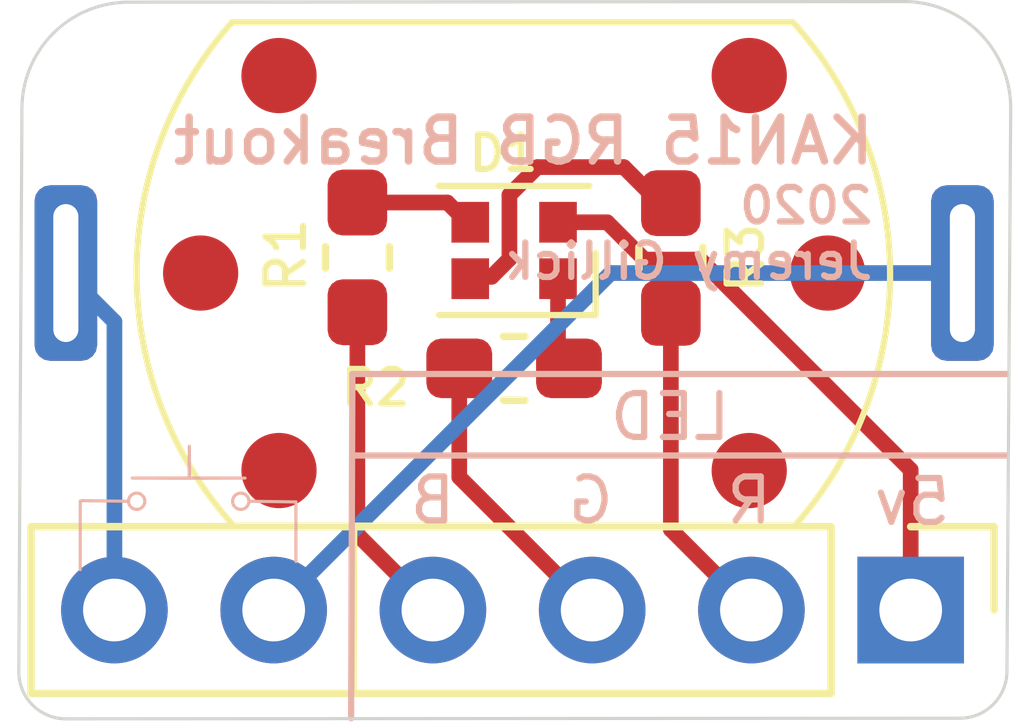
<source format=kicad_pcb>
(kicad_pcb (version 20171130) (host pcbnew "(5.1.6-0-10_14)")

  (general
    (thickness 1.6)
    (drawings 21)
    (tracks 27)
    (zones 0)
    (modules 8)
    (nets 10)
  )

  (page A4)
  (layers
    (0 F.Cu signal)
    (31 B.Cu signal)
    (32 B.Adhes user)
    (33 F.Adhes user)
    (34 B.Paste user)
    (35 F.Paste user)
    (36 B.SilkS user)
    (37 F.SilkS user)
    (38 B.Mask user)
    (39 F.Mask user)
    (40 Dwgs.User user)
    (41 Cmts.User user)
    (42 Eco1.User user)
    (43 Eco2.User user)
    (44 Edge.Cuts user)
    (45 Margin user)
    (46 B.CrtYd user)
    (47 F.CrtYd user)
    (48 B.Fab user)
    (49 F.Fab user hide)
  )

  (setup
    (last_trace_width 0.25)
    (trace_clearance 0.2)
    (zone_clearance 0.508)
    (zone_45_only no)
    (trace_min 0.2)
    (via_size 0.8)
    (via_drill 0.4)
    (via_min_size 0.4)
    (via_min_drill 0.3)
    (uvia_size 0.3)
    (uvia_drill 0.1)
    (uvias_allowed no)
    (uvia_min_size 0.2)
    (uvia_min_drill 0.1)
    (edge_width 0.05)
    (segment_width 0.2)
    (pcb_text_width 0.3)
    (pcb_text_size 1.5 1.5)
    (mod_edge_width 0.12)
    (mod_text_size 1 1)
    (mod_text_width 0.15)
    (pad_size 1.524 1.524)
    (pad_drill 0.762)
    (pad_to_mask_clearance 0.05)
    (aux_axis_origin 0 0)
    (visible_elements FFFFFF7F)
    (pcbplotparams
      (layerselection 0x010fc_ffffffff)
      (usegerberextensions false)
      (usegerberattributes true)
      (usegerberadvancedattributes true)
      (creategerberjobfile true)
      (excludeedgelayer true)
      (linewidth 0.100000)
      (plotframeref false)
      (viasonmask false)
      (mode 1)
      (useauxorigin false)
      (hpglpennumber 1)
      (hpglpenspeed 20)
      (hpglpendiameter 15.000000)
      (psnegative false)
      (psa4output false)
      (plotreference true)
      (plotvalue true)
      (plotinvisibletext false)
      (padsonsilk false)
      (subtractmaskfromsilk false)
      (outputformat 1)
      (mirror false)
      (drillshape 1)
      (scaleselection 1)
      (outputdirectory ""))
  )

  (net 0 "")
  (net 1 "Net-(D1-Pad3)")
  (net 2 /VCC)
  (net 3 /B)
  (net 4 /G)
  (net 5 /R)
  (net 6 /SW1)
  (net 7 /SW2)
  (net 8 "Net-(D1-Pad1)")
  (net 9 "Net-(D1-Pad2)")

  (net_class Default "This is the default net class."
    (clearance 0.2)
    (trace_width 0.25)
    (via_dia 0.8)
    (via_drill 0.4)
    (uvia_dia 0.3)
    (uvia_drill 0.1)
    (add_net /B)
    (add_net /G)
    (add_net /R)
    (add_net /SW1)
    (add_net /SW2)
    (add_net /VCC)
    (add_net "Net-(D1-Pad1)")
    (add_net "Net-(D1-Pad2)")
    (add_net "Net-(D1-Pad3)")
  )

  (module Project:Connection_Points locked (layer F.Cu) (tedit 5F73D40D) (tstamp 5F84541C)
    (at 123.6 117.14)
    (fp_text reference ConnPoints (at -0.04 8.07) (layer F.SilkS) hide
      (effects (font (size 1 1) (thickness 0.15)))
    )
    (fp_text value Connection_Points (at 0 6.31) (layer F.Fab)
      (effects (font (size 1 1) (thickness 0.15)))
    )
    (pad "" smd circle (at 3.75 3.15) (size 1.2 1.2) (layers F.Cu F.Paste F.Mask))
    (pad "" smd circle (at 3.75 -3.15) (size 1.2 1.2) (layers F.Cu F.Paste F.Mask))
    (pad "" smd circle (at 5 0) (size 1.2 1.2) (layers F.Cu F.Paste F.Mask))
    (pad "" smd circle (at -3.75 3.15) (size 1.2 1.2) (layers F.Cu F.Paste F.Mask))
    (pad "" smd circle (at -3.75 -3.15) (size 1.2 1.2) (layers F.Cu F.Paste F.Mask))
    (pad "" smd circle (at -5 0) (size 1.2 1.2) (layers F.Cu F.Paste F.Mask))
  )

  (module Project:switch_small locked (layer B.Cu) (tedit 5F631AD3) (tstamp 5F64B109)
    (at 118.42 120.41 180)
    (fp_text reference Ref** (at 9.95 -1.6) (layer B.SilkS) hide
      (effects (font (size 1.27 1.27) (thickness 0.15)) (justify mirror))
    )
    (fp_text value Val** (at 10.5 1.8) (layer B.SilkS) hide
      (effects (font (size 1.27 1.27) (thickness 0.15)) (justify mirror))
    )
    (fp_poly (pts (xy 0.009418 0.48771) (xy 0.016349 0.430248) (xy 0.020349 0.340725) (xy 0.021167 0.264583)
      (xy 0.021167 0.021167) (xy 0.465667 0.021167) (xy 0.626136 0.020178) (xy 0.753034 0.017284)
      (xy 0.84406 0.012594) (xy 0.896914 0.006218) (xy 0.910167 0) (xy 0.889147 -0.005762)
      (xy 0.826658 -0.010642) (xy 0.723555 -0.01462) (xy 0.580694 -0.017677) (xy 0.39893 -0.019791)
      (xy 0.179118 -0.020943) (xy 0.010584 -0.021167) (xy -0.234298 -0.020672) (xy -0.441707 -0.019202)
      (xy -0.610786 -0.016776) (xy -0.740682 -0.013414) (xy -0.830538 -0.009137) (xy -0.8795 -0.003965)
      (xy -0.889 0) (xy -0.868243 0.007711) (xy -0.807557 0.013792) (xy -0.709321 0.018128)
      (xy -0.575911 0.020602) (xy -0.455083 0.021167) (xy -0.021166 0.021167) (xy -0.021166 0.264583)
      (xy -0.019402 0.372893) (xy -0.014405 0.4526) (xy -0.006621 0.498592) (xy 0 0.508)
      (xy 0.009418 0.48771)) (layer B.SilkS) (width 0.01))
    (fp_circle (center -0.82 -0.37) (end -0.69 -0.37) (layer B.SilkS) (width 0.05))
    (fp_line (start -0.95 -0.37) (end -1.7 -0.38) (layer B.SilkS) (width 0.05))
    (fp_circle (center 0.84 -0.37) (end 0.71 -0.37) (layer B.SilkS) (width 0.05))
    (fp_line (start 0.97 -0.37) (end 1.72 -0.36) (layer B.SilkS) (width 0.05))
    (fp_line (start -0.889 0) (end 0.910167 0) (layer B.SilkS) (width 0.05))
    (fp_line (start 0 0.508) (end 0 0) (layer B.SilkS) (width 0.05))
  )

  (module Project:LED_RGB_0606 (layer F.Cu) (tedit 5F64426E) (tstamp 5F644C8F)
    (at 123.6 116.78)
    (path /5F647207)
    (fp_text reference D1 (at -0.17 -1.55) (layer F.SilkS)
      (effects (font (size 0.55 0.55) (thickness 0.1)))
    )
    (fp_text value LED_RAGB (at 0.14 3.21) (layer F.Fab)
      (effects (font (size 1 1) (thickness 0.15)))
    )
    (fp_line (start -1.2 -1.03) (end 1.2 -1.03) (layer F.SilkS) (width 0.1))
    (fp_line (start 1.3 1.03) (end 1.3 0.04) (layer F.SilkS) (width 0.1))
    (fp_line (start -1.2 1.03) (end 1.3 1.03) (layer F.SilkS) (width 0.1))
    (fp_line (start -1.3 -1.15) (end 1.4 -1.15) (layer F.CrtYd) (width 0.05))
    (fp_line (start 1.4 -1.15) (end 1.4 1.15) (layer F.CrtYd) (width 0.05))
    (fp_line (start 1.4 1.15) (end -1.3 1.15) (layer F.CrtYd) (width 0.05))
    (fp_line (start -1.3 1.15) (end -1.3 -1.15) (layer F.CrtYd) (width 0.05))
    (pad 4 smd rect (at 0.7 -0.45) (size 0.6 0.65) (layers F.Cu F.Paste F.Mask)
      (net 2 /VCC))
    (pad 2 smd rect (at 0.7 0.45) (size 0.6 0.65) (layers F.Cu F.Paste F.Mask)
      (net 9 "Net-(D1-Pad2)"))
    (pad 1 smd rect (at -0.7 0.45) (size 0.6 0.65) (layers F.Cu F.Paste F.Mask)
      (net 8 "Net-(D1-Pad1)"))
    (pad 3 smd rect (at -0.7 -0.45) (size 0.6 0.65) (layers F.Cu F.Paste F.Mask)
      (net 1 "Net-(D1-Pad3)"))
    (model /Users/Jeremy/Documents/Projects/KAN15/lib/LED-4-SMD.step
      (at (xyz 0 0 0))
      (scale (xyz 1 1 1))
      (rotate (xyz 0 0 0))
    )
  )

  (module Connector_PinHeader_2.54mm:PinHeader_1x06_P2.54mm_Vertical (layer F.Cu) (tedit 59FED5CC) (tstamp 5F63A283)
    (at 129.925 122.515 270)
    (descr "Through hole straight pin header, 1x06, 2.54mm pitch, single row")
    (tags "Through hole pin header THT 1x06 2.54mm single row")
    (path /5F636263)
    (fp_text reference J1 (at 0 -2.33 90) (layer F.SilkS) hide
      (effects (font (size 1 1) (thickness 0.15)))
    )
    (fp_text value Conn_01x06 (at 0 15.03 90) (layer F.Fab)
      (effects (font (size 1 1) (thickness 0.15)))
    )
    (fp_line (start 1.8 -1.8) (end -1.8 -1.8) (layer F.CrtYd) (width 0.05))
    (fp_line (start 1.8 14.5) (end 1.8 -1.8) (layer F.CrtYd) (width 0.05))
    (fp_line (start -1.8 14.5) (end 1.8 14.5) (layer F.CrtYd) (width 0.05))
    (fp_line (start -1.8 -1.8) (end -1.8 14.5) (layer F.CrtYd) (width 0.05))
    (fp_line (start -1.33 -1.33) (end 0 -1.33) (layer F.SilkS) (width 0.12))
    (fp_line (start -1.33 0) (end -1.33 -1.33) (layer F.SilkS) (width 0.12))
    (fp_line (start -1.33 1.27) (end 1.33 1.27) (layer F.SilkS) (width 0.12))
    (fp_line (start 1.33 1.27) (end 1.33 14.03) (layer F.SilkS) (width 0.12))
    (fp_line (start -1.33 1.27) (end -1.33 14.03) (layer F.SilkS) (width 0.12))
    (fp_line (start -1.33 14.03) (end 1.33 14.03) (layer F.SilkS) (width 0.12))
    (fp_line (start -1.27 -0.635) (end -0.635 -1.27) (layer F.Fab) (width 0.1))
    (fp_line (start -1.27 13.97) (end -1.27 -0.635) (layer F.Fab) (width 0.1))
    (fp_line (start 1.27 13.97) (end -1.27 13.97) (layer F.Fab) (width 0.1))
    (fp_line (start 1.27 -1.27) (end 1.27 13.97) (layer F.Fab) (width 0.1))
    (fp_line (start -0.635 -1.27) (end 1.27 -1.27) (layer F.Fab) (width 0.1))
    (fp_text user %R (at 0 6.35) (layer F.Fab)
      (effects (font (size 1 1) (thickness 0.15)))
    )
    (pad 6 thru_hole oval (at 0 12.7 270) (size 1.7 1.7) (drill 1) (layers *.Cu *.Mask)
      (net 7 /SW2))
    (pad 5 thru_hole oval (at 0 10.16 270) (size 1.7 1.7) (drill 1) (layers *.Cu *.Mask)
      (net 6 /SW1))
    (pad 4 thru_hole oval (at 0 7.62 270) (size 1.7 1.7) (drill 1) (layers *.Cu *.Mask)
      (net 3 /B))
    (pad 3 thru_hole oval (at 0 5.08 270) (size 1.7 1.7) (drill 1) (layers *.Cu *.Mask)
      (net 4 /G))
    (pad 2 thru_hole oval (at 0 2.54 270) (size 1.7 1.7) (drill 1) (layers *.Cu *.Mask)
      (net 5 /R))
    (pad 1 thru_hole rect (at 0 0 270) (size 1.7 1.7) (drill 1) (layers *.Cu *.Mask)
      (net 2 /VCC))
  )

  (module Resistor_SMD:R_0603_1608Metric_Pad1.05x0.95mm_HandSolder (layer F.Cu) (tedit 5B301BBD) (tstamp 5F63891C)
    (at 126.1 116.9 90)
    (descr "Resistor SMD 0603 (1608 Metric), square (rectangular) end terminal, IPC_7351 nominal with elongated pad for handsoldering. (Body size source: http://www.tortai-tech.com/upload/download/2011102023233369053.pdf), generated with kicad-footprint-generator")
    (tags "resistor handsolder")
    (path /5F63569C)
    (attr smd)
    (fp_text reference R3 (at 0 1.19 270) (layer F.SilkS)
      (effects (font (size 0.55 0.55) (thickness 0.1)))
    )
    (fp_text value 200 (at 0 1.43 90) (layer F.Fab)
      (effects (font (size 1 1) (thickness 0.15)))
    )
    (fp_line (start 1.65 0.73) (end -1.65 0.73) (layer F.CrtYd) (width 0.05))
    (fp_line (start 1.65 -0.73) (end 1.65 0.73) (layer F.CrtYd) (width 0.05))
    (fp_line (start -1.65 -0.73) (end 1.65 -0.73) (layer F.CrtYd) (width 0.05))
    (fp_line (start -1.65 0.73) (end -1.65 -0.73) (layer F.CrtYd) (width 0.05))
    (fp_line (start -0.171267 0.51) (end 0.171267 0.51) (layer F.SilkS) (width 0.12))
    (fp_line (start -0.171267 -0.51) (end 0.171267 -0.51) (layer F.SilkS) (width 0.12))
    (fp_line (start 0.8 0.4) (end -0.8 0.4) (layer F.Fab) (width 0.1))
    (fp_line (start 0.8 -0.4) (end 0.8 0.4) (layer F.Fab) (width 0.1))
    (fp_line (start -0.8 -0.4) (end 0.8 -0.4) (layer F.Fab) (width 0.1))
    (fp_line (start -0.8 0.4) (end -0.8 -0.4) (layer F.Fab) (width 0.1))
    (fp_text user %R (at 0 0 90) (layer F.Fab)
      (effects (font (size 0.4 0.4) (thickness 0.06)))
    )
    (pad 2 smd roundrect (at 0.875 0 90) (size 1.05 0.95) (layers F.Cu F.Paste F.Mask) (roundrect_rratio 0.25)
      (net 8 "Net-(D1-Pad1)"))
    (pad 1 smd roundrect (at -0.875 0 90) (size 1.05 0.95) (layers F.Cu F.Paste F.Mask) (roundrect_rratio 0.25)
      (net 5 /R))
    (model ${KISYS3DMOD}/Resistor_SMD.3dshapes/R_0603_1608Metric.wrl
      (at (xyz 0 0 0))
      (scale (xyz 1 1 1))
      (rotate (xyz 0 0 0))
    )
  )

  (module Resistor_SMD:R_0603_1608Metric_Pad1.05x0.95mm_HandSolder (layer F.Cu) (tedit 5B301BBD) (tstamp 5F644AB7)
    (at 123.6 118.66)
    (descr "Resistor SMD 0603 (1608 Metric), square (rectangular) end terminal, IPC_7351 nominal with elongated pad for handsoldering. (Body size source: http://www.tortai-tech.com/upload/download/2011102023233369053.pdf), generated with kicad-footprint-generator")
    (tags "resistor handsolder")
    (path /5F635435)
    (attr smd)
    (fp_text reference R2 (at -2.21 0.31) (layer F.SilkS)
      (effects (font (size 0.55 0.55) (thickness 0.1)))
    )
    (fp_text value 120 (at 0 1.43) (layer F.Fab)
      (effects (font (size 1 1) (thickness 0.15)))
    )
    (fp_text user %R (at 0 0) (layer F.Fab)
      (effects (font (size 0.4 0.4) (thickness 0.06)))
    )
    (fp_line (start -0.8 0.4) (end -0.8 -0.4) (layer F.Fab) (width 0.1))
    (fp_line (start -0.8 -0.4) (end 0.8 -0.4) (layer F.Fab) (width 0.1))
    (fp_line (start 0.8 -0.4) (end 0.8 0.4) (layer F.Fab) (width 0.1))
    (fp_line (start 0.8 0.4) (end -0.8 0.4) (layer F.Fab) (width 0.1))
    (fp_line (start -0.171267 -0.51) (end 0.171267 -0.51) (layer F.SilkS) (width 0.12))
    (fp_line (start -0.171267 0.51) (end 0.171267 0.51) (layer F.SilkS) (width 0.12))
    (fp_line (start -1.65 0.73) (end -1.65 -0.73) (layer F.CrtYd) (width 0.05))
    (fp_line (start -1.65 -0.73) (end 1.65 -0.73) (layer F.CrtYd) (width 0.05))
    (fp_line (start 1.65 -0.73) (end 1.65 0.73) (layer F.CrtYd) (width 0.05))
    (fp_line (start 1.65 0.73) (end -1.65 0.73) (layer F.CrtYd) (width 0.05))
    (pad 1 smd roundrect (at -0.875 0) (size 1.05 0.95) (layers F.Cu F.Paste F.Mask) (roundrect_rratio 0.25)
      (net 4 /G))
    (pad 2 smd roundrect (at 0.875 0) (size 1.05 0.95) (layers F.Cu F.Paste F.Mask) (roundrect_rratio 0.25)
      (net 9 "Net-(D1-Pad2)"))
    (model ${KISYS3DMOD}/Resistor_SMD.3dshapes/R_0603_1608Metric.wrl
      (at (xyz 0 0 0))
      (scale (xyz 1 1 1))
      (rotate (xyz 0 0 0))
    )
  )

  (module "Jeremy Button/Switch:SW_KAN-15_PHT" (layer F.Cu) (tedit 5F62E4DB) (tstamp 5F62E7AF)
    (at 123.6 117.14 180)
    (descr "PUSH BUTTON SWITCH - DC30V 1A - https://www.aliexpress.com/item/32818559623.html")
    (tags "flashlight pushbutton")
    (path /5F62E467)
    (fp_text reference SW1 (at 0 0.15 180) (layer F.SilkS) hide
      (effects (font (size 1 1) (thickness 0.15)))
    )
    (fp_text value KAN-15 (at 0.4 5.375 180) (layer F.Fab)
      (effects (font (size 1 1) (thickness 0.15)))
    )
    (fp_line (start -4.45 4) (end 4.5 4) (layer F.SilkS) (width 0.1))
    (fp_line (start 4.474321 -4.028703) (end -4.475679 -4.028703) (layer F.SilkS) (width 0.1))
    (fp_line (start -6.21 -4.2) (end -0.01 -4.2) (layer F.CrtYd) (width 0.05))
    (fp_line (start -0.01 -4.2) (end -0.01 -2.25) (layer F.CrtYd) (width 0.05))
    (fp_line (start 6.166885 -4.192841) (end 0.01 -4.2) (layer F.CrtYd) (width 0.05))
    (fp_line (start 0.01 -4.2) (end 0.01 -2.25) (layer F.CrtYd) (width 0.05))
    (fp_line (start 0.01 -2.25) (end 3.56 -2.25) (layer F.CrtYd) (width 0.05))
    (fp_line (start -0.01 -2.25) (end -3.55 -2.25) (layer F.CrtYd) (width 0.05))
    (fp_line (start 6.16 4.2) (end 0.01 4.2) (layer F.CrtYd) (width 0.05))
    (fp_line (start 0.01 4.2) (end 0.01 2.25) (layer F.CrtYd) (width 0.05))
    (fp_line (start 0.01 2.25) (end 3.56 2.249999) (layer F.CrtYd) (width 0.05))
    (fp_line (start -6.216885 4.192841) (end -0.01 4.2) (layer F.CrtYd) (width 0.05))
    (fp_line (start -0.01 4.2) (end -0.01 2.25) (layer F.CrtYd) (width 0.05))
    (fp_line (start -0.01 2.25) (end -3.55 2.249999) (layer F.CrtYd) (width 0.05))
    (fp_arc (start -2.05 -0.000001) (end 3.56 2.249999) (angle -43.70842119) (layer F.CrtYd) (width 0.05))
    (fp_arc (start 1.8 0) (end 6.16 4.2) (angle -87.76434705) (layer F.CrtYd) (width 0.05))
    (fp_arc (start 2.06 0) (end -3.55 -2.25) (angle -43.70842119) (layer F.CrtYd) (width 0.05))
    (fp_arc (start -1.85 0) (end -6.21 -4.2) (angle -87.76434705) (layer F.CrtYd) (width 0.05))
    (fp_arc (start 0.024321 -0.028703) (end -4.475679 -4.028703) (angle -83.63358372) (layer F.SilkS) (width 0.1))
    (fp_arc (start 0 0) (end 4.5 4) (angle -83.63358372) (layer F.SilkS) (width 0.1))
    (pad 1 thru_hole roundrect (at -7.15 0 180) (size 1 2.8) (drill oval 0.4 2.2) (layers *.Cu *.Mask) (roundrect_rratio 0.25)
      (net 6 /SW1))
    (pad 2 thru_hole roundrect (at 7.15 0 180) (size 1 2.8) (drill oval 0.4 2.2) (layers *.Cu *.Mask) (roundrect_rratio 0.25)
      (net 7 /SW2))
    (model ${JGILLICK_LIBS}/3dmodels/Button_Switch.3dshapes/SW_KAN-15_PTH.step
      (at (xyz 0 0 0))
      (scale (xyz 1 1 1))
      (rotate (xyz 0 0 0))
    )
  )

  (module Resistor_SMD:R_0603_1608Metric_Pad1.05x0.95mm_HandSolder (layer F.Cu) (tedit 5B301BBD) (tstamp 5F63A614)
    (at 121.1 116.89 90)
    (descr "Resistor SMD 0603 (1608 Metric), square (rectangular) end terminal, IPC_7351 nominal with elongated pad for handsoldering. (Body size source: http://www.tortai-tech.com/upload/download/2011102023233369053.pdf), generated with kicad-footprint-generator")
    (tags "resistor handsolder")
    (path /5F6309E8)
    (attr smd)
    (fp_text reference R1 (at 0.03 -1.14 90) (layer F.SilkS)
      (effects (font (size 0.6 0.6) (thickness 0.1)))
    )
    (fp_text value 120 (at 0 1.43 90) (layer F.Fab)
      (effects (font (size 1 1) (thickness 0.15)))
    )
    (fp_text user %R (at 0 0 90) (layer F.Fab)
      (effects (font (size 0.4 0.4) (thickness 0.06)))
    )
    (fp_line (start -0.8 0.4) (end -0.8 -0.4) (layer F.Fab) (width 0.1))
    (fp_line (start -0.8 -0.4) (end 0.8 -0.4) (layer F.Fab) (width 0.1))
    (fp_line (start 0.8 -0.4) (end 0.8 0.4) (layer F.Fab) (width 0.1))
    (fp_line (start 0.8 0.4) (end -0.8 0.4) (layer F.Fab) (width 0.1))
    (fp_line (start -0.171267 -0.51) (end 0.171267 -0.51) (layer F.SilkS) (width 0.12))
    (fp_line (start -0.171267 0.51) (end 0.171267 0.51) (layer F.SilkS) (width 0.12))
    (fp_line (start -1.65 0.73) (end -1.65 -0.73) (layer F.CrtYd) (width 0.05))
    (fp_line (start -1.65 -0.73) (end 1.65 -0.73) (layer F.CrtYd) (width 0.05))
    (fp_line (start 1.65 -0.73) (end 1.65 0.73) (layer F.CrtYd) (width 0.05))
    (fp_line (start 1.65 0.73) (end -1.65 0.73) (layer F.CrtYd) (width 0.05))
    (pad 1 smd roundrect (at -0.875 0 90) (size 1.05 0.95) (layers F.Cu F.Paste F.Mask) (roundrect_rratio 0.25)
      (net 3 /B))
    (pad 2 smd roundrect (at 0.875 0 90) (size 1.05 0.95) (layers F.Cu F.Paste F.Mask) (roundrect_rratio 0.25)
      (net 1 "Net-(D1-Pad3)"))
    (model ${KISYS3DMOD}/Resistor_SMD.3dshapes/R_0603_1608Metric.wrl
      (at (xyz 0 0 0))
      (scale (xyz 1 1 1))
      (rotate (xyz 0 0 0))
    )
  )

  (gr_arc (start 130.71 123.49) (end 130.71 124.24) (angle -90) (layer Edge.Cuts) (width 0.05) (tstamp 5F64B50B))
  (gr_arc (start 116.45 123.5) (end 115.7 123.5) (angle -90) (layer Edge.Cuts) (width 0.05))
  (gr_arc (start 117.450001 114.519999) (end 117.46 112.82) (angle -90.3) (layer Edge.Cuts) (width 0.05) (tstamp 5F64B37D))
  (gr_arc (start 129.820001 114.510001) (end 131.52 114.52) (angle -90.3) (layer Edge.Cuts) (width 0.05) (tstamp 5F64B347))
  (gr_line (start 121.03 123.85) (end 121.04 121.18) (layer F.SilkS) (width 0.12))
  (gr_line (start 121.02 120.05) (end 131.445 120.05) (layer B.SilkS) (width 0.1))
  (gr_line (start 116.68 120.775) (end 116.68 121.87) (layer B.SilkS) (width 0.05))
  (gr_line (start 120.12 120.79) (end 120.12 121.74) (layer B.SilkS) (width 0.05))
  (gr_text 5v (at 129.95 120.79) (layer B.SilkS)
    (effects (font (size 0.7 0.7) (thickness 0.1)) (justify mirror))
  )
  (gr_text R (at 127.35 120.765) (layer B.SilkS)
    (effects (font (size 0.7 0.7) (thickness 0.1)) (justify mirror))
  )
  (gr_text G (at 124.825 120.765) (layer B.SilkS)
    (effects (font (size 0.7 0.7) (thickness 0.1)) (justify mirror))
  )
  (gr_text B (at 122.3 120.765) (layer B.SilkS)
    (effects (font (size 0.7 0.7) (thickness 0.1)) (justify mirror))
  )
  (gr_line (start 121.02 118.75) (end 121 124.24) (layer B.SilkS) (width 0.1))
  (gr_line (start 131.47 118.75) (end 121.02 118.75) (layer B.SilkS) (width 0.1) (tstamp 5F63AE0B))
  (gr_text LED (at 126.09 119.435) (layer B.SilkS) (tstamp 5F63AE0E)
    (effects (font (size 0.7 0.7) (thickness 0.1)) (justify mirror))
  )
  (gr_text "2020\nJeremy Gillick" (at 129.37 116.51) (layer B.SilkS) (tstamp 5F63779C)
    (effects (font (size 0.55 0.55) (thickness 0.1)) (justify left mirror))
  )
  (gr_text "KAN15 RGB Breakout" (at 129.395 115.035) (layer B.SilkS)
    (effects (font (size 0.7 0.7) (thickness 0.12)) (justify left mirror))
  )
  (gr_line (start 131.52 114.52) (end 131.46 123.49) (layer Edge.Cuts) (width 0.05) (tstamp 5F635C49))
  (gr_line (start 117.46 112.82) (end 129.821099 112.809973) (layer Edge.Cuts) (width 0.05))
  (gr_line (start 115.7 123.5) (end 115.749973 114.518901) (layer Edge.Cuts) (width 0.05))
  (gr_line (start 130.71 124.24) (end 116.45 124.25) (layer Edge.Cuts) (width 0.05))

  (segment (start 121.1 116.015) (end 122.535 116.015) (width 0.25) (layer F.Cu) (net 1))
  (segment (start 122.85 116.33) (end 122.535 116.015) (width 0.25) (layer F.Cu) (net 1))
  (segment (start 122.9 116.33) (end 122.85 116.33) (width 0.25) (layer F.Cu) (net 1))
  (segment (start 125.08449 116.33) (end 124.3 116.33) (width 0.25) (layer F.Cu) (net 2))
  (segment (start 125.67948 116.92499) (end 125.08449 116.33) (width 0.25) (layer F.Cu) (net 2))
  (segment (start 126.5705 116.92499) (end 125.67948 116.92499) (width 0.25) (layer F.Cu) (net 2))
  (segment (start 129.925 120.27949) (end 126.5705 116.92499) (width 0.25) (layer F.Cu) (net 2))
  (segment (start 129.925 122.515) (end 129.925 120.27949) (width 0.25) (layer F.Cu) (net 2))
  (segment (start 121.1 121.31) (end 122.305 122.515) (width 0.25) (layer F.Cu) (net 3))
  (segment (start 121.1 117.765) (end 121.1 121.31) (width 0.25) (layer F.Cu) (net 3))
  (segment (start 122.725 120.395) (end 124.845 122.515) (width 0.25) (layer F.Cu) (net 4))
  (segment (start 122.725 118.66) (end 122.725 120.395) (width 0.25) (layer F.Cu) (net 4))
  (segment (start 126.1 121.23) (end 127.385 122.515) (width 0.25) (layer F.Cu) (net 5))
  (segment (start 126.1 117.775) (end 126.1 121.23) (width 0.25) (layer F.Cu) (net 5))
  (segment (start 130.75 117.14) (end 125.14 117.14) (width 0.25) (layer B.Cu) (net 6))
  (segment (start 125.14 117.14) (end 119.765 122.515) (width 0.25) (layer B.Cu) (net 6))
  (segment (start 117.225 117.915) (end 116.45 117.14) (width 0.25) (layer B.Cu) (net 7))
  (segment (start 117.225 122.515) (end 117.225 117.915) (width 0.25) (layer B.Cu) (net 7))
  (segment (start 126.1 116.03) (end 126.11 116.03) (width 0.25) (layer F.Cu) (net 8))
  (segment (start 126.1 116.025) (end 125.925 116.025) (width 0.25) (layer F.Cu) (net 8))
  (segment (start 125.925 116.025) (end 125.35 115.45) (width 0.25) (layer F.Cu) (net 8))
  (segment (start 123.525001 116.915001) (end 123.240002 117.2) (width 0.25) (layer F.Cu) (net 8))
  (segment (start 123.525001 115.894997) (end 123.525001 116.915001) (width 0.25) (layer F.Cu) (net 8))
  (segment (start 123.969998 115.45) (end 123.525001 115.894997) (width 0.25) (layer F.Cu) (net 8))
  (segment (start 125.35 115.45) (end 123.969998 115.45) (width 0.25) (layer F.Cu) (net 8))
  (segment (start 123.240002 117.2) (end 122.9 117.2) (width 0.25) (layer F.Cu) (net 8))
  (segment (start 124.3 117.23) (end 124.3 118.57) (width 0.25) (layer F.Cu) (net 9))

)

</source>
